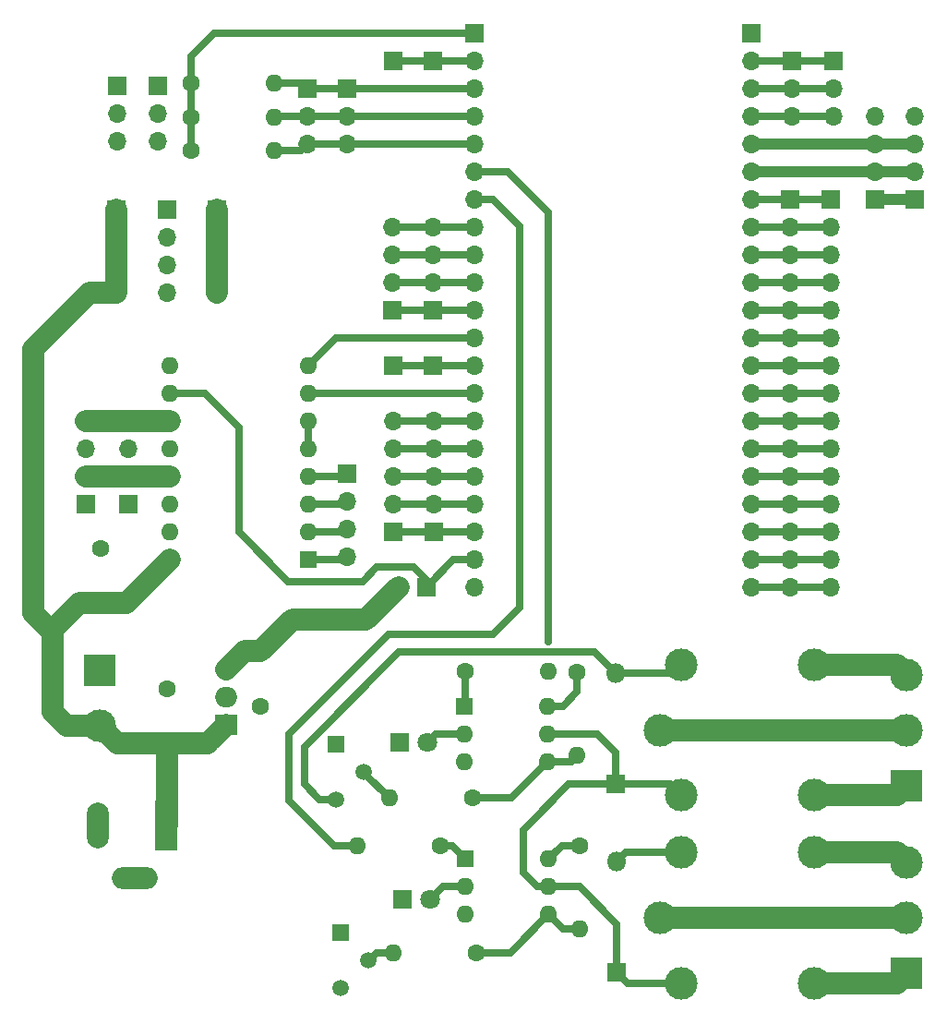
<source format=gtl>
G04 #@! TF.GenerationSoftware,KiCad,Pcbnew,7.0.5*
G04 #@! TF.CreationDate,2023-07-21T20:52:09-04:00*
G04 #@! TF.ProjectId,robotica,726f626f-7469-4636-912e-6b696361645f,rev?*
G04 #@! TF.SameCoordinates,Original*
G04 #@! TF.FileFunction,Copper,L1,Top*
G04 #@! TF.FilePolarity,Positive*
%FSLAX46Y46*%
G04 Gerber Fmt 4.6, Leading zero omitted, Abs format (unit mm)*
G04 Created by KiCad (PCBNEW 7.0.5) date 2023-07-21 20:52:09*
%MOMM*%
%LPD*%
G01*
G04 APERTURE LIST*
G04 #@! TA.AperFunction,ComponentPad*
%ADD10O,1.700000X1.700000*%
G04 #@! TD*
G04 #@! TA.AperFunction,ComponentPad*
%ADD11R,1.700000X1.700000*%
G04 #@! TD*
G04 #@! TA.AperFunction,ComponentPad*
%ADD12C,1.600000*%
G04 #@! TD*
G04 #@! TA.AperFunction,ComponentPad*
%ADD13O,4.200000X2.000000*%
G04 #@! TD*
G04 #@! TA.AperFunction,ComponentPad*
%ADD14O,2.000000X4.200000*%
G04 #@! TD*
G04 #@! TA.AperFunction,ComponentPad*
%ADD15R,2.000000X4.600000*%
G04 #@! TD*
G04 #@! TA.AperFunction,ComponentPad*
%ADD16O,1.800000X1.800000*%
G04 #@! TD*
G04 #@! TA.AperFunction,ComponentPad*
%ADD17R,1.800000X1.800000*%
G04 #@! TD*
G04 #@! TA.AperFunction,ComponentPad*
%ADD18C,1.500000*%
G04 #@! TD*
G04 #@! TA.AperFunction,ComponentPad*
%ADD19R,1.500000X1.500000*%
G04 #@! TD*
G04 #@! TA.AperFunction,ComponentPad*
%ADD20O,1.600000X1.600000*%
G04 #@! TD*
G04 #@! TA.AperFunction,ComponentPad*
%ADD21R,1.600000X1.600000*%
G04 #@! TD*
G04 #@! TA.AperFunction,ComponentPad*
%ADD22C,3.000000*%
G04 #@! TD*
G04 #@! TA.AperFunction,ComponentPad*
%ADD23C,1.800000*%
G04 #@! TD*
G04 #@! TA.AperFunction,ComponentPad*
%ADD24R,3.000000X3.000000*%
G04 #@! TD*
G04 #@! TA.AperFunction,ComponentPad*
%ADD25O,2.000000X1.905000*%
G04 #@! TD*
G04 #@! TA.AperFunction,ComponentPad*
%ADD26R,2.000000X1.905000*%
G04 #@! TD*
G04 #@! TA.AperFunction,ViaPad*
%ADD27C,0.700000*%
G04 #@! TD*
G04 #@! TA.AperFunction,Conductor*
%ADD28C,0.700000*%
G04 #@! TD*
G04 #@! TA.AperFunction,Conductor*
%ADD29C,2.000000*%
G04 #@! TD*
G04 #@! TA.AperFunction,Conductor*
%ADD30C,1.000000*%
G04 #@! TD*
G04 APERTURE END LIST*
D10*
X82525000Y-87772400D03*
X82525000Y-90312400D03*
X82525000Y-92852400D03*
D11*
X82525000Y-95392400D03*
D10*
X86258400Y-87772400D03*
X86258400Y-90312400D03*
X86258400Y-92852400D03*
D11*
X86258400Y-95392400D03*
D10*
X57195600Y-93776800D03*
X57195600Y-91236800D03*
X57195600Y-88696800D03*
D11*
X57195600Y-86156800D03*
D10*
X90000000Y-120800000D03*
X90000000Y-118260000D03*
X90000000Y-115720000D03*
X90000000Y-113180000D03*
X90000000Y-110640000D03*
X90000000Y-108100000D03*
X90000000Y-105560000D03*
X90000000Y-103020000D03*
X90000000Y-100480000D03*
X90000000Y-97940000D03*
X90000000Y-95400000D03*
X90000000Y-92860000D03*
X90000000Y-90320000D03*
X90000000Y-87780000D03*
X90000000Y-85240000D03*
X90000000Y-82700000D03*
X90000000Y-80160000D03*
X90000000Y-77620000D03*
X90000000Y-75080000D03*
X90000000Y-72540000D03*
D11*
X90000000Y-70000000D03*
D12*
X61819600Y-130060800D03*
X61819600Y-135060800D03*
D13*
X58872800Y-147456800D03*
D14*
X55472800Y-142656800D03*
D15*
X61772800Y-142656800D03*
D16*
X103022400Y-128676400D03*
D17*
X103022400Y-138836400D03*
D10*
X122940400Y-77622400D03*
X122940400Y-75082400D03*
D11*
X122940400Y-72542400D03*
D10*
X78333600Y-80162400D03*
X78333600Y-77622400D03*
D11*
X78333600Y-75082400D03*
D10*
X119024400Y-120760000D03*
X119024400Y-118220000D03*
X119024400Y-115680000D03*
X119024400Y-113140000D03*
X119024400Y-110600000D03*
X119024400Y-108060000D03*
X119024400Y-105520000D03*
X119024400Y-102980000D03*
X119024400Y-100440000D03*
X119024400Y-97900000D03*
X119024400Y-95360000D03*
X119024400Y-92820000D03*
X119024400Y-90280000D03*
X119024400Y-87740000D03*
D11*
X119024400Y-85200000D03*
D18*
X77774800Y-157530800D03*
X80314800Y-154990800D03*
D19*
X77774800Y-152450800D03*
D10*
X66395600Y-93776800D03*
X66395600Y-91236800D03*
X66395600Y-88696800D03*
D11*
X66395600Y-86156800D03*
D10*
X60994400Y-79908400D03*
X60994400Y-77368400D03*
D11*
X60994400Y-74828400D03*
D10*
X122732800Y-120810000D03*
X122732800Y-118270000D03*
X122732800Y-115730000D03*
X122732800Y-113190000D03*
X122732800Y-110650000D03*
X122732800Y-108110000D03*
X122732800Y-105570000D03*
X122732800Y-103030000D03*
X122732800Y-100490000D03*
X122732800Y-97950000D03*
X122732800Y-95410000D03*
X122732800Y-92870000D03*
X122732800Y-90330000D03*
X122732800Y-87790000D03*
D11*
X122732800Y-85250000D03*
D20*
X62085200Y-118262400D03*
X62085200Y-115722400D03*
X62085200Y-113182400D03*
X62085200Y-110642400D03*
X62085200Y-108102400D03*
X62085200Y-105562400D03*
X62085200Y-103022400D03*
X62085200Y-100482400D03*
X74785200Y-100482400D03*
X74785200Y-103022400D03*
X74785200Y-105562400D03*
X74785200Y-108102400D03*
X74785200Y-110642400D03*
X74785200Y-113182400D03*
X74785200Y-115722400D03*
D21*
X74785200Y-118262400D03*
D20*
X96824800Y-145694400D03*
X96824800Y-148234400D03*
X96824800Y-150774400D03*
X89204800Y-150774400D03*
X89204800Y-148234400D03*
D21*
X89204800Y-145694400D03*
D10*
X74676000Y-80165200D03*
X74676000Y-77625200D03*
D11*
X74676000Y-75085200D03*
D20*
X99669600Y-152095200D03*
D12*
X99669600Y-144475200D03*
D22*
X109012000Y-127858000D03*
X109012000Y-139858000D03*
X121212000Y-139858000D03*
X121212000Y-127858000D03*
X107012000Y-133858000D03*
D16*
X103073200Y-145908800D03*
D17*
X103073200Y-156068800D03*
D10*
X57302400Y-79908400D03*
X57302400Y-77368400D03*
D11*
X57302400Y-74828400D03*
D10*
X82550000Y-105562400D03*
X82550000Y-108102400D03*
X82550000Y-110642400D03*
X82550000Y-113182400D03*
D11*
X82550000Y-115722400D03*
D20*
X71678800Y-77636400D03*
D12*
X64058800Y-77636400D03*
D10*
X78333600Y-118002400D03*
X78333600Y-115462400D03*
X78333600Y-112922400D03*
D11*
X78333600Y-110382400D03*
D23*
X85699600Y-135026400D03*
D17*
X83159600Y-135026400D03*
D10*
X115400000Y-120800000D03*
X115400000Y-118260000D03*
X115400000Y-115720000D03*
X115400000Y-113180000D03*
X115400000Y-110640000D03*
X115400000Y-108100000D03*
X115400000Y-105560000D03*
X115400000Y-103020000D03*
X115400000Y-100480000D03*
X115400000Y-97940000D03*
X115400000Y-95400000D03*
X115400000Y-92860000D03*
X115400000Y-90320000D03*
X115400000Y-87780000D03*
X115400000Y-85240000D03*
X115400000Y-82700000D03*
X115400000Y-80160000D03*
X115400000Y-77620000D03*
X115400000Y-75080000D03*
X115400000Y-72540000D03*
D11*
X115400000Y-70000000D03*
D20*
X99466400Y-136194800D03*
D12*
X99466400Y-128574800D03*
D20*
X82550000Y-154279600D03*
D12*
X90170000Y-154279600D03*
D20*
X96779000Y-128473200D03*
D12*
X89159000Y-128473200D03*
D11*
X86258400Y-72542400D03*
D18*
X77368400Y-140258800D03*
X79908400Y-137718800D03*
D19*
X77368400Y-135178800D03*
D22*
X129692400Y-146010400D03*
X129692400Y-151090400D03*
D24*
X129692400Y-156170400D03*
D20*
X96738200Y-131688600D03*
X96738200Y-134228600D03*
X96738200Y-136768600D03*
X89118200Y-136768600D03*
X89118200Y-134228600D03*
D21*
X89118200Y-131688600D03*
D20*
X79298800Y-144475200D03*
D12*
X86918800Y-144475200D03*
D23*
X86004400Y-149352000D03*
D17*
X83464400Y-149352000D03*
D22*
X55676800Y-133451600D03*
D24*
X55676800Y-128371600D03*
D10*
X58318400Y-105562400D03*
X58318400Y-108102400D03*
X58318400Y-110642400D03*
D11*
X58318400Y-113182400D03*
D12*
X70404800Y-131657200D03*
X70404800Y-126657200D03*
D10*
X86285600Y-105562400D03*
X86285600Y-108102400D03*
X86285600Y-110642400D03*
X86285600Y-113182400D03*
D11*
X86285600Y-115722400D03*
D10*
X54406800Y-105562400D03*
X54406800Y-108102400D03*
X54406800Y-110642400D03*
D11*
X54406800Y-113182400D03*
D20*
X82245200Y-140106400D03*
D12*
X89865200Y-140106400D03*
D10*
X83058000Y-120750000D03*
D11*
X85598000Y-120750000D03*
D22*
X129692400Y-128778000D03*
X129692400Y-133858000D03*
D24*
X129692400Y-138938000D03*
D20*
X71678800Y-74523600D03*
D12*
X64058800Y-74523600D03*
D10*
X130454400Y-77632400D03*
X130454400Y-80172400D03*
X130454400Y-82712400D03*
D11*
X130454400Y-85252400D03*
D25*
X67255200Y-128320800D03*
X67255200Y-130860800D03*
D26*
X67255200Y-133400800D03*
D20*
X71678800Y-80721200D03*
D12*
X64058800Y-80721200D03*
D11*
X82600800Y-100482400D03*
D12*
X55727600Y-117239851D03*
D21*
X55727600Y-122239851D03*
D11*
X82550000Y-72542400D03*
D10*
X126746000Y-77622400D03*
X126746000Y-80162400D03*
X126746000Y-82702400D03*
D11*
X126746000Y-85242400D03*
D10*
X61795600Y-93776800D03*
X61795600Y-91236800D03*
X61795600Y-88696800D03*
D11*
X61795600Y-86156800D03*
D22*
X109012000Y-145084800D03*
X109012000Y-157084800D03*
X121212000Y-157084800D03*
X121212000Y-145084800D03*
X107012000Y-151084800D03*
D11*
X86258400Y-100482400D03*
D10*
X119176800Y-77629600D03*
X119176800Y-75089600D03*
D11*
X119176800Y-72549600D03*
D27*
X96774000Y-125745700D03*
D28*
X90000000Y-87780000D02*
X82532600Y-87780000D01*
X82525000Y-90312400D02*
X89992400Y-90312400D01*
X82532600Y-87780000D02*
X82525000Y-87772400D01*
X90000000Y-92860000D02*
X82532600Y-92860000D01*
X82532600Y-92860000D02*
X82525000Y-92852400D01*
X82525000Y-95392400D02*
X89992400Y-95392400D01*
D29*
X61819600Y-135060800D02*
X61819600Y-142610000D01*
X51358800Y-124663200D02*
X51358800Y-132181600D01*
X55727600Y-122239851D02*
X53782149Y-122239851D01*
X55727600Y-122239851D02*
X58107749Y-122239851D01*
D28*
X65595200Y-135060800D02*
X67255200Y-133400800D01*
D29*
X61819600Y-135060800D02*
X57286000Y-135060800D01*
D28*
X103022400Y-135940800D02*
X103022400Y-138836400D01*
X107990400Y-138836400D02*
X109012000Y-139858000D01*
X103073200Y-151638000D02*
X103073200Y-156068800D01*
D29*
X53782149Y-122239851D02*
X51358800Y-124663200D01*
X58107749Y-122239851D02*
X62085200Y-118262400D01*
D28*
X103022400Y-138836400D02*
X107990400Y-138836400D01*
D29*
X49580800Y-98958400D02*
X49580800Y-123139200D01*
D28*
X95808800Y-148234400D02*
X96824800Y-148234400D01*
X98653600Y-138836400D02*
X94818200Y-142671800D01*
X109012000Y-157084800D02*
X104089200Y-157084800D01*
X96824800Y-148234400D02*
X99669600Y-148234400D01*
X104089200Y-157084800D02*
X103073200Y-156068800D01*
D29*
X52628800Y-133451600D02*
X55676800Y-133451600D01*
D28*
X99669600Y-148234400D02*
X103073200Y-151638000D01*
D29*
X57195600Y-86156800D02*
X57195600Y-93776800D01*
X57195600Y-93776800D02*
X54762400Y-93776800D01*
D30*
X51104800Y-124663200D02*
X51358800Y-124663200D01*
D28*
X96738200Y-134228600D02*
X101310200Y-134228600D01*
D29*
X51358800Y-132181600D02*
X52628800Y-133451600D01*
X49580800Y-123139200D02*
X51104800Y-124663200D01*
D28*
X101310200Y-134228600D02*
X103022400Y-135940800D01*
X94488000Y-143002000D02*
X94488000Y-146913600D01*
D29*
X61819600Y-142610000D02*
X61772800Y-142656800D01*
X65978400Y-134677600D02*
X67255200Y-133400800D01*
D28*
X103022400Y-138836400D02*
X98653600Y-138836400D01*
X94488000Y-146913600D02*
X95808800Y-148234400D01*
D29*
X57286000Y-135060800D02*
X55676800Y-133451600D01*
X54762400Y-93776800D02*
X49580800Y-98958400D01*
D28*
X94818200Y-142671800D02*
X94488000Y-143002000D01*
D29*
X61819600Y-135060800D02*
X65595200Y-135060800D01*
X70404800Y-126657200D02*
X73313200Y-123748800D01*
D30*
X130444400Y-85242400D02*
X130454400Y-85252400D01*
D29*
X73313200Y-123748800D02*
X80059200Y-123748800D01*
X80059200Y-123748800D02*
X83058000Y-120750000D01*
X68918800Y-126657200D02*
X67255200Y-128320800D01*
X70404800Y-126657200D02*
X68918800Y-126657200D01*
X66395600Y-86156800D02*
X66395600Y-93776800D01*
D30*
X126746000Y-85242400D02*
X130444400Y-85242400D01*
D28*
X89204800Y-148234400D02*
X87122000Y-148234400D01*
X87122000Y-148234400D02*
X86004400Y-149352000D01*
X89118200Y-134228600D02*
X86497400Y-134228600D01*
X86497400Y-134228600D02*
X85699600Y-135026400D01*
X109012000Y-145084800D02*
X103897200Y-145084800D01*
X103897200Y-145084800D02*
X103073200Y-145908800D01*
X74422000Y-138836400D02*
X74422000Y-135382000D01*
X101041200Y-126695200D02*
X103022400Y-128676400D01*
X108193600Y-128676400D02*
X109012000Y-127858000D01*
X83108800Y-126695200D02*
X101041200Y-126695200D01*
X74422000Y-135382000D02*
X83108800Y-126695200D01*
X77368400Y-140258800D02*
X75844400Y-140258800D01*
X75844400Y-140258800D02*
X74422000Y-138836400D01*
X103022400Y-128676400D02*
X108193600Y-128676400D01*
X64058800Y-74523600D02*
X64058800Y-72085200D01*
X64058800Y-80721200D02*
X64058800Y-74523600D01*
X64058800Y-72085200D02*
X66144000Y-70000000D01*
X66144000Y-70000000D02*
X90000000Y-70000000D01*
X90000000Y-72540000D02*
X82552400Y-72540000D01*
X82552400Y-72540000D02*
X82550000Y-72542400D01*
X74681200Y-75080000D02*
X74676000Y-75085200D01*
X90000000Y-75080000D02*
X74681200Y-75080000D01*
X74114400Y-74523600D02*
X74676000Y-75085200D01*
X71678800Y-74523600D02*
X74114400Y-74523600D01*
X71695200Y-77620000D02*
X71678800Y-77636400D01*
X90000000Y-77620000D02*
X71695200Y-77620000D01*
X90000000Y-80160000D02*
X74681200Y-80160000D01*
X74120000Y-80721200D02*
X74676000Y-80165200D01*
X74681200Y-80160000D02*
X74676000Y-80165200D01*
X71678800Y-80721200D02*
X74120000Y-80721200D01*
X96774000Y-125745700D02*
X96774000Y-86410800D01*
X96774000Y-86410800D02*
X93063200Y-82700000D01*
X93063200Y-82700000D02*
X90000000Y-82700000D01*
X77165200Y-144475200D02*
X73050400Y-140360400D01*
X94183200Y-122631200D02*
X94183200Y-87680800D01*
X82143600Y-125120400D02*
X91694000Y-125120400D01*
X91742400Y-85240000D02*
X90000000Y-85240000D01*
X79298800Y-144475200D02*
X77165200Y-144475200D01*
X91694000Y-125120400D02*
X94183200Y-122631200D01*
X73050400Y-140360400D02*
X73050400Y-134213600D01*
X73050400Y-134213600D02*
X82143600Y-125120400D01*
X94183200Y-87680800D02*
X91742400Y-85240000D01*
X89992400Y-90312400D02*
X90000000Y-90320000D01*
X89992400Y-95392400D02*
X90000000Y-95400000D01*
X90000000Y-97940000D02*
X77327600Y-97940000D01*
X77327600Y-97940000D02*
X74785200Y-100482400D01*
X89997600Y-100482400D02*
X90000000Y-100480000D01*
X82600800Y-100482400D02*
X89997600Y-100482400D01*
X90000000Y-103020000D02*
X74787600Y-103020000D01*
X74787600Y-103020000D02*
X74785200Y-103022400D01*
X82550000Y-105562400D02*
X89997600Y-105562400D01*
X89997600Y-105562400D02*
X90000000Y-105560000D01*
X82552400Y-108100000D02*
X82550000Y-108102400D01*
X90000000Y-108100000D02*
X82552400Y-108100000D01*
X89997600Y-110642400D02*
X90000000Y-110640000D01*
X82550000Y-110642400D02*
X89997600Y-110642400D01*
X90000000Y-113180000D02*
X82552400Y-113180000D01*
X82552400Y-113180000D02*
X82550000Y-113182400D01*
X82550000Y-115722400D02*
X89997600Y-115722400D01*
X89997600Y-115722400D02*
X90000000Y-115720000D01*
X84429600Y-118922800D02*
X85598000Y-120091200D01*
X88088000Y-118260000D02*
X85598000Y-120750000D01*
X79756000Y-120243600D02*
X81076800Y-118922800D01*
X90000000Y-118260000D02*
X88088000Y-118260000D01*
X65328800Y-103022400D02*
X68427600Y-106121200D01*
X68427600Y-115722400D02*
X72948800Y-120243600D01*
X62085200Y-103022400D02*
X65328800Y-103022400D01*
X81076800Y-118922800D02*
X84429600Y-118922800D01*
X72948800Y-120243600D02*
X79756000Y-120243600D01*
X85598000Y-120091200D02*
X85598000Y-120750000D01*
X68427600Y-106121200D02*
X68427600Y-115722400D01*
X115402400Y-72542400D02*
X115400000Y-72540000D01*
X122940400Y-72542400D02*
X115402400Y-72542400D01*
X115400000Y-75080000D02*
X122938000Y-75080000D01*
X122938000Y-75080000D02*
X122940400Y-75082400D01*
X122940400Y-77622400D02*
X115402400Y-77622400D01*
X115402400Y-77622400D02*
X115400000Y-77620000D01*
D30*
X115400000Y-80160000D02*
X130442000Y-80160000D01*
X130442000Y-80160000D02*
X130454400Y-80172400D01*
X115412400Y-82712400D02*
X115400000Y-82700000D01*
X130454400Y-82712400D02*
X115412400Y-82712400D01*
D28*
X115400000Y-85240000D02*
X122722800Y-85240000D01*
X122722800Y-85240000D02*
X122732800Y-85250000D01*
X115400000Y-87780000D02*
X122722800Y-87780000D01*
X122722800Y-87780000D02*
X122732800Y-87790000D01*
X115410000Y-90330000D02*
X115400000Y-90320000D01*
X122732800Y-90330000D02*
X115410000Y-90330000D01*
X115400000Y-92860000D02*
X122722800Y-92860000D01*
X122722800Y-92860000D02*
X122732800Y-92870000D01*
X115410000Y-95410000D02*
X115400000Y-95400000D01*
X122732800Y-95410000D02*
X115410000Y-95410000D01*
X115400000Y-97940000D02*
X122722800Y-97940000D01*
X122722800Y-97940000D02*
X122732800Y-97950000D01*
X115410000Y-100490000D02*
X115400000Y-100480000D01*
X122732800Y-100490000D02*
X115410000Y-100490000D01*
X122722800Y-103020000D02*
X122732800Y-103030000D01*
X115400000Y-103020000D02*
X122722800Y-103020000D01*
X115410000Y-105570000D02*
X115400000Y-105560000D01*
X122732800Y-105570000D02*
X115410000Y-105570000D01*
X122722800Y-108100000D02*
X122732800Y-108110000D01*
X115400000Y-108100000D02*
X122722800Y-108100000D01*
X122732800Y-110650000D02*
X115410000Y-110650000D01*
X115410000Y-110650000D02*
X115400000Y-110640000D01*
X115400000Y-113180000D02*
X122722800Y-113180000D01*
X122722800Y-113180000D02*
X122732800Y-113190000D01*
X115410000Y-115730000D02*
X115400000Y-115720000D01*
X122732800Y-115730000D02*
X115410000Y-115730000D01*
X122722800Y-118260000D02*
X122732800Y-118270000D01*
X115400000Y-118260000D02*
X122722800Y-118260000D01*
X115410000Y-120810000D02*
X115400000Y-120800000D01*
X122732800Y-120810000D02*
X115410000Y-120810000D01*
D29*
X128772400Y-139858000D02*
X129692400Y-138938000D01*
X121212000Y-139858000D02*
X128772400Y-139858000D01*
X129692400Y-133858000D02*
X107012000Y-133858000D01*
X121212000Y-127858000D02*
X128772400Y-127858000D01*
X128772400Y-127858000D02*
X129692400Y-128778000D01*
X62085200Y-110642400D02*
X54406800Y-110642400D01*
X62085200Y-105562400D02*
X54406800Y-105562400D01*
D28*
X74785200Y-110642400D02*
X78073600Y-110642400D01*
X78073600Y-110642400D02*
X78333600Y-110382400D01*
X78073600Y-113182400D02*
X78333600Y-112922400D01*
X74785200Y-113182400D02*
X78073600Y-113182400D01*
X74785200Y-115722400D02*
X78073600Y-115722400D01*
X78073600Y-115722400D02*
X78333600Y-115462400D01*
X78073600Y-118262400D02*
X78333600Y-118002400D01*
X74785200Y-118262400D02*
X78073600Y-118262400D01*
D29*
X128778000Y-157084800D02*
X129692400Y-156170400D01*
X121212000Y-157084800D02*
X128778000Y-157084800D01*
X129692400Y-151090400D02*
X107017600Y-151090400D01*
X107017600Y-151090400D02*
X107012000Y-151084800D01*
X121212000Y-145084800D02*
X128766800Y-145084800D01*
X128766800Y-145084800D02*
X129692400Y-146010400D01*
D28*
X82550000Y-154279600D02*
X81026000Y-154279600D01*
X81026000Y-154279600D02*
X80314800Y-154990800D01*
X79908400Y-137718800D02*
X79908400Y-137769600D01*
X79908400Y-137769600D02*
X82245200Y-140106400D01*
X87985600Y-144475200D02*
X89204800Y-145694400D01*
X86918800Y-144475200D02*
X87985600Y-144475200D01*
X89159000Y-131647800D02*
X89118200Y-131688600D01*
X89159000Y-128473200D02*
X89159000Y-131647800D01*
X99669600Y-144475200D02*
X98044000Y-144475200D01*
X98044000Y-144475200D02*
X96824800Y-145694400D01*
X99669600Y-152095200D02*
X98145600Y-152095200D01*
X90170000Y-154279600D02*
X93319600Y-154279600D01*
X98145600Y-152095200D02*
X96824800Y-150774400D01*
X93319600Y-154279600D02*
X96824800Y-150774400D01*
X98130600Y-131688600D02*
X96738200Y-131688600D01*
X99466400Y-130352800D02*
X98130600Y-131688600D01*
X99466400Y-128574800D02*
X99466400Y-130352800D01*
X96738200Y-136768600D02*
X98892600Y-136768600D01*
X93400400Y-140106400D02*
X96738200Y-136768600D01*
X98892600Y-136768600D02*
X99466400Y-136194800D01*
X89865200Y-140106400D02*
X93400400Y-140106400D01*
X74785200Y-105562400D02*
X74785200Y-108102400D01*
M02*

</source>
